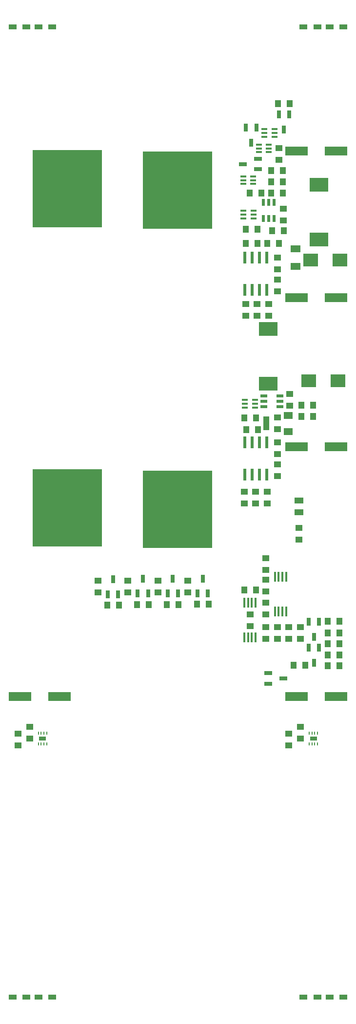
<source format=gtp>
G04*
G04 #@! TF.GenerationSoftware,Altium Limited,Altium Designer,18.0.12 (696)*
G04*
G04 Layer_Color=8421504*
%FSLAX44Y44*%
%MOMM*%
G71*
G01*
G75*
%ADD17R,0.2500X0.5000*%
%ADD18R,1.3000X0.7000*%
%ADD19R,1.4000X0.8000*%
%ADD20R,0.8000X1.4000*%
%ADD21R,1.2000X0.6000*%
%ADD22R,0.6000X1.2000*%
%ADD23R,1.0160X1.2700*%
%ADD24R,12.0000X13.5000*%
%ADD25R,1.2700X1.0160*%
%ADD26R,1.5240X1.0160*%
%ADD27R,1.1000X2.4000*%
%ADD28R,1.5000X1.3000*%
%ADD29R,1.4000X0.8600*%
%ADD30R,0.6000X2.0000*%
%ADD31R,4.0000X1.5000*%
%ADD32R,0.4200X1.7800*%
%ADD33R,2.5000X2.3000*%
%ADD34R,1.0500X0.3500*%
%ADD35R,3.2000X2.4000*%
%ADD36R,1.6510X1.2700*%
D17*
X7500Y-1160500D02*
D03*
X12500Y-1160500D02*
D03*
X17500Y-1160500D02*
D03*
X22500Y-1160500D02*
D03*
X22500Y-1179500D02*
D03*
X17500Y-1179500D02*
D03*
X7500Y-1179500D02*
D03*
X12500Y-1179500D02*
D03*
X482500Y-1179500D02*
D03*
X477500Y-1179500D02*
D03*
X487500Y-1179500D02*
D03*
X492500Y-1179500D02*
D03*
X492500Y-1160500D02*
D03*
X487500Y-1160500D02*
D03*
X482500Y-1160500D02*
D03*
X477500Y-1160500D02*
D03*
D18*
X15000Y-1169996D02*
D03*
X485000Y-1169999D02*
D03*
D19*
X407000Y-1057000D02*
D03*
Y-1075000D02*
D03*
X433000Y-1066000D02*
D03*
X363000Y-175000D02*
D03*
X389000Y-166000D02*
D03*
Y-184000D02*
D03*
D20*
X293000Y-893000D02*
D03*
X302000Y-919000D02*
D03*
X284000D02*
D03*
X128000Y-920000D02*
D03*
X146000D02*
D03*
X137000Y-894000D02*
D03*
X180000Y-919000D02*
D03*
X198000D02*
D03*
X189000Y-893000D02*
D03*
X241000D02*
D03*
X250000Y-919000D02*
D03*
X232000D02*
D03*
X386000Y-112000D02*
D03*
X368000D02*
D03*
X377000Y-138000D02*
D03*
X434000Y-115000D02*
D03*
X425000Y-89000D02*
D03*
X443000D02*
D03*
X486000Y-994000D02*
D03*
X477000Y-968000D02*
D03*
X495000D02*
D03*
X495000Y-1013000D02*
D03*
X477000D02*
D03*
X486000Y-1039000D02*
D03*
D21*
X427000Y-586000D02*
D03*
Y-576500D02*
D03*
X399000D02*
D03*
Y-586000D02*
D03*
Y-595500D02*
D03*
X427000D02*
D03*
D22*
X398000Y-269000D02*
D03*
Y-241000D02*
D03*
X407500D02*
D03*
X417000D02*
D03*
Y-269000D02*
D03*
X407500D02*
D03*
D23*
X471160Y-1043000D02*
D03*
X450840D02*
D03*
X530160Y-987000D02*
D03*
X509840D02*
D03*
X530160Y-1044000D02*
D03*
X509840D02*
D03*
X530320Y-1025000D02*
D03*
X510000D02*
D03*
X509840Y-1006000D02*
D03*
X530160D02*
D03*
X509840Y-966750D02*
D03*
X530160D02*
D03*
X303160Y-937000D02*
D03*
X282840D02*
D03*
X147160Y-939000D02*
D03*
X126840D02*
D03*
X385160Y-912500D02*
D03*
X364840D02*
D03*
X463840Y-612000D02*
D03*
X484160D02*
D03*
X389000Y-635000D02*
D03*
X368680D02*
D03*
X364840Y-615000D02*
D03*
X385160D02*
D03*
X484160Y-593000D02*
D03*
X463840D02*
D03*
X425160Y-312500D02*
D03*
X404840D02*
D03*
X367340D02*
D03*
X387660D02*
D03*
X367340Y-287500D02*
D03*
X387660D02*
D03*
X434160Y-290000D02*
D03*
X413840D02*
D03*
X444160Y-70000D02*
D03*
X423840D02*
D03*
X411840Y-186000D02*
D03*
X432160D02*
D03*
X411840Y-206000D02*
D03*
X432160D02*
D03*
X411840Y-225000D02*
D03*
X432160D02*
D03*
X395160D02*
D03*
X374840D02*
D03*
X230840Y-938000D02*
D03*
X251160D02*
D03*
X178840D02*
D03*
X199160D02*
D03*
D24*
X249000Y-220200D02*
D03*
Y-772700D02*
D03*
X58000Y-217700D02*
D03*
Y-770200D02*
D03*
D25*
X460000Y-804840D02*
D03*
Y-825160D02*
D03*
X402500Y-977340D02*
D03*
Y-997660D02*
D03*
X423000Y-634160D02*
D03*
Y-613840D02*
D03*
X163000Y-896840D02*
D03*
Y-917160D02*
D03*
X267000Y-896840D02*
D03*
Y-917160D02*
D03*
X215000D02*
D03*
Y-896840D02*
D03*
X111000D02*
D03*
Y-917160D02*
D03*
X-27500Y-1182070D02*
D03*
Y-1161750D02*
D03*
X-7500Y-1149590D02*
D03*
Y-1169910D02*
D03*
X442500Y-1182160D02*
D03*
Y-1161840D02*
D03*
X462500Y-1149590D02*
D03*
Y-1169910D02*
D03*
X462500Y-977340D02*
D03*
Y-997660D02*
D03*
X442500Y-977340D02*
D03*
Y-997660D02*
D03*
X422500D02*
D03*
Y-977340D02*
D03*
X375000Y-975160D02*
D03*
Y-954840D02*
D03*
X402500Y-955320D02*
D03*
Y-935000D02*
D03*
Y-915000D02*
D03*
Y-894680D02*
D03*
Y-857340D02*
D03*
Y-877660D02*
D03*
X405000Y-762660D02*
D03*
Y-742340D02*
D03*
X385000Y-762660D02*
D03*
Y-742340D02*
D03*
X365000D02*
D03*
Y-762660D02*
D03*
X422500Y-677660D02*
D03*
Y-657340D02*
D03*
Y-715160D02*
D03*
Y-694840D02*
D03*
X444000Y-593160D02*
D03*
Y-572840D02*
D03*
X407500Y-417340D02*
D03*
Y-437660D02*
D03*
X367500Y-417180D02*
D03*
Y-437500D02*
D03*
X387340D02*
D03*
Y-417180D02*
D03*
X422500Y-375000D02*
D03*
Y-395320D02*
D03*
Y-337340D02*
D03*
Y-357660D02*
D03*
X432500Y-272660D02*
D03*
Y-252340D02*
D03*
X425000Y-147680D02*
D03*
Y-168000D02*
D03*
D26*
X460000Y-778000D02*
D03*
Y-757680D02*
D03*
D27*
X403680Y-624000D02*
D03*
D28*
X441780Y-637970D02*
D03*
Y-610030D02*
D03*
D29*
X468000Y-1618000D02*
D03*
X492000D02*
D03*
X8000D02*
D03*
X32000D02*
D03*
X513000D02*
D03*
X537000D02*
D03*
X-13000D02*
D03*
X-37000D02*
D03*
X32000Y63000D02*
D03*
X8000D02*
D03*
X-13000D02*
D03*
X-37000D02*
D03*
X468000D02*
D03*
X492000D02*
D03*
X513000D02*
D03*
X537000D02*
D03*
D30*
X365950Y-712940D02*
D03*
X378650D02*
D03*
X391350D02*
D03*
X404050D02*
D03*
X365950Y-657060D02*
D03*
X378650D02*
D03*
X391350D02*
D03*
X404050D02*
D03*
Y-337060D02*
D03*
X391350D02*
D03*
X378650D02*
D03*
X365950D02*
D03*
X404050Y-392940D02*
D03*
X391350D02*
D03*
X378650D02*
D03*
X365950D02*
D03*
D31*
X-24290Y-1097500D02*
D03*
X44290D02*
D03*
X455710Y-1097000D02*
D03*
X524290D02*
D03*
X455710Y-665000D02*
D03*
X524290D02*
D03*
X455710Y-406000D02*
D03*
X524290D02*
D03*
Y-152000D02*
D03*
X455710D02*
D03*
D32*
X365250Y-995000D02*
D03*
X371750D02*
D03*
X378250D02*
D03*
X384750D02*
D03*
X365250Y-935000D02*
D03*
X371750D02*
D03*
X378250D02*
D03*
X384750D02*
D03*
X418250Y-950000D02*
D03*
X424750D02*
D03*
X431250D02*
D03*
X437750D02*
D03*
X418250Y-890000D02*
D03*
X424750D02*
D03*
X431250D02*
D03*
X437750D02*
D03*
D33*
X476600Y-550000D02*
D03*
X527400D02*
D03*
X480600Y-341000D02*
D03*
X531400D02*
D03*
D34*
X366250Y-583500D02*
D03*
Y-590000D02*
D03*
Y-596500D02*
D03*
X383750Y-583500D02*
D03*
Y-596500D02*
D03*
Y-590000D02*
D03*
X363750Y-256000D02*
D03*
Y-262500D02*
D03*
Y-269000D02*
D03*
X381250Y-256000D02*
D03*
Y-269000D02*
D03*
Y-262500D02*
D03*
X400250Y-121000D02*
D03*
Y-114500D02*
D03*
Y-127500D02*
D03*
X417750Y-114500D02*
D03*
Y-121000D02*
D03*
Y-127500D02*
D03*
X363250Y-203000D02*
D03*
Y-196500D02*
D03*
Y-209500D02*
D03*
X380750Y-196500D02*
D03*
Y-203000D02*
D03*
Y-209500D02*
D03*
X407750Y-148000D02*
D03*
Y-154500D02*
D03*
Y-141500D02*
D03*
X390250Y-154500D02*
D03*
Y-148000D02*
D03*
Y-141500D02*
D03*
D35*
X407000Y-555500D02*
D03*
Y-460500D02*
D03*
X495000Y-306000D02*
D03*
Y-211000D02*
D03*
D36*
X454000Y-352240D02*
D03*
Y-321760D02*
D03*
M02*

</source>
